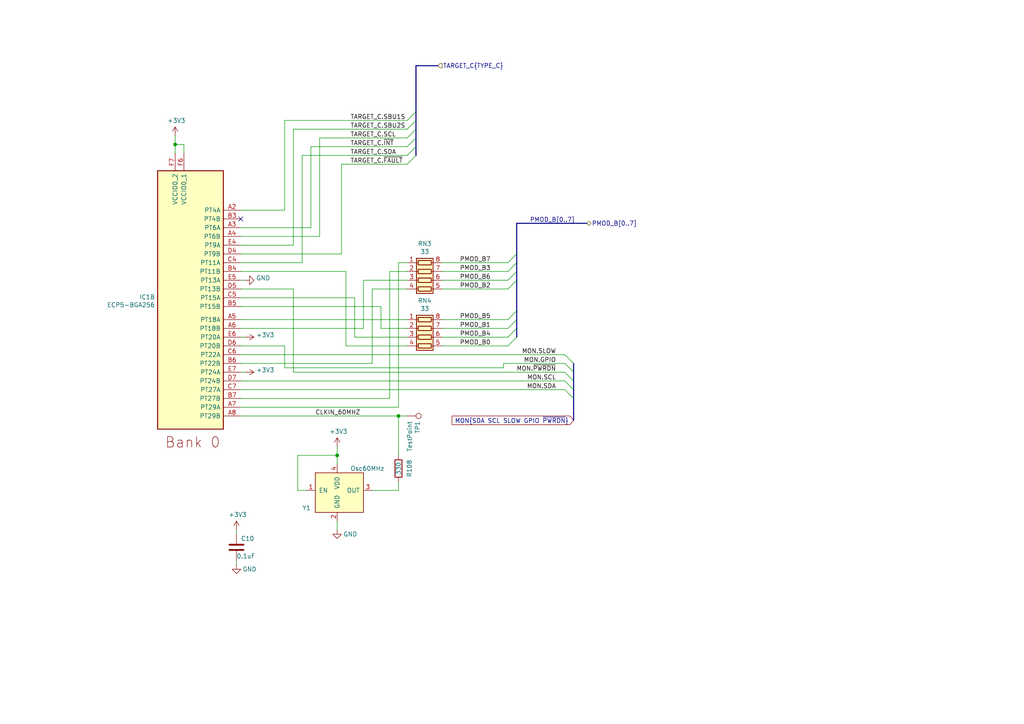
<source format=kicad_sch>
(kicad_sch (version 20211123) (generator eeschema)
  (paper "A4")
  (title_block (title "Cynthion") (date "${DATE}") (rev "${VERSION}") (company "Copyright 2019-2023 Great Scott Gadgets") (comment 1 "Licensed under the CERN-OHL-P v2"))
  (lib_symbols
    (symbol "Connector:TestPoint" (pin_numbers hide) (pin_names (offset 0.762) hide)
      (property "Reference" "TP" (at 0 6.858 0))
      (property "Value" "TestPoint" (at 0 5.08 0))
      (symbol "TestPoint_0_1"
        (circle (center 0 3.302) (radius 0.762))
      )
      (symbol "TestPoint_1_1"
        (pin passive line (at 0 0 90) (length 2.54) (name "1") (number "1"))
      )
    )
    (symbol "Device:C" (pin_numbers hide) (pin_names (offset 0.254))
      (property "Reference" "C" (at 0.635 2.54 0))
      (property "Value" "C" (at 0.635 -2.54 0))
      (symbol "C_0_1"
        (polyline (pts (xy -2.032 -0.762) (xy 2.032 -0.762)) (stroke (width 0.508)))
        (polyline (pts (xy -2.032 0.762) (xy 2.032 0.762)) (stroke (width 0.508)))
      )
      (symbol "C_1_1"
        (pin passive line (at 0 3.81 270) (length 2.794) (name "~") (number "1"))
        (pin passive line (at 0 -3.81 90) (length 2.794) (name "~") (number "2"))
      )
    )
    (symbol "Device:R" (pin_numbers hide) (pin_names (offset 0))
      (property "Reference" "R" (at 2.032 0 90))
      (property "Value" "R" (at 0 0 90))
      (symbol "R_0_1"
        (rectangle (start -1.016 -2.54) (end 1.016 2.54) (stroke (width 0.254)))
      )
      (symbol "R_1_1"
        (pin passive line (at 0 3.81 270) (length 1.27) (name "~") (number "1"))
        (pin passive line (at 0 -3.81 90) (length 1.27) (name "~") (number "2"))
      )
    )
    (symbol "Device:R_Pack04" (pin_names (offset 0) hide)
      (property "Reference" "RN" (at -7.62 0 90))
      (property "Value" "R_Pack04" (at 5.08 0 90))
      (symbol "R_Pack04_0_1"
        (rectangle (start -6.35 -2.413) (end 3.81 2.413) (stroke (width 0.254)) (fill (type background)))
        (rectangle (start -5.715 1.905) (end -4.445 -1.905) (stroke (width 0.254)))
        (rectangle (start -3.175 1.905) (end -1.905 -1.905) (stroke (width 0.254)))
        (rectangle (start -0.635 1.905) (end 0.635 -1.905) (stroke (width 0.254)))
        (polyline (pts (xy -5.08 -2.54) (xy -5.08 -1.905)))
        (polyline (pts (xy -5.08 1.905) (xy -5.08 2.54)))
        (polyline (pts (xy -2.54 -2.54) (xy -2.54 -1.905)))
        (polyline (pts (xy -2.54 1.905) (xy -2.54 2.54)))
        (polyline (pts (xy 0 -2.54) (xy 0 -1.905)))
        (polyline (pts (xy 0 1.905) (xy 0 2.54)))
        (polyline (pts (xy 2.54 -2.54) (xy 2.54 -1.905)))
        (polyline (pts (xy 2.54 1.905) (xy 2.54 2.54)))
        (rectangle (start 1.905 1.905) (end 3.175 -1.905) (stroke (width 0.254)))
      )
      (symbol "R_Pack04_1_1"
        (pin passive line (at -5.08 -5.08 90) (length 2.54) (name "R1.1") (number "1"))
        (pin passive line (at -2.54 -5.08 90) (length 2.54) (name "R2.1") (number "2"))
        (pin passive line (at 0 -5.08 90) (length 2.54) (name "R3.1") (number "3"))
        (pin passive line (at 2.54 -5.08 90) (length 2.54) (name "R4.1") (number "4"))
        (pin passive line (at 2.54 5.08 270) (length 2.54) (name "R4.2") (number "5"))
        (pin passive line (at 0 5.08 270) (length 2.54) (name "R3.2") (number "6"))
        (pin passive line (at -2.54 5.08 270) (length 2.54) (name "R2.2") (number "7"))
        (pin passive line (at -5.08 5.08 270) (length 2.54) (name "R1.2") (number "8"))
      )
    )
    (symbol "fpgas_and_processors:ECP5-BGA256" (pin_names (offset 0.762))
      (property "Reference" "IC" (at -2.54 1.27 0))
      (property "Value" "ECP5-BGA256" (at 10.16 1.27 0))
      (symbol "ECP5-BGA256_1_0"
        (rectangle (start 5.08 0) (end 33.02 -71.12) (stroke (width 0.3048)) (fill (type background)))
      )
      (symbol "ECP5-BGA256_1_1"
        (text "FPGA Supplies" (at 19.05 -76.2 0) (effects (font (size 2.9972 2.9972))))
        (pin power_in line (at 38.1 -2.54 180) (length 5.08) (name "GND_1") (number "A1"))
        (pin power_in line (at 38.1 -5.08 180) (length 5.08) (name "GND_2") (number "A16"))
        (pin power_in line (at 38.1 -10.16 180) (length 5.08) (name "GND_4") (number "D15"))
        (pin power_in line (at 38.1 -7.62 180) (length 5.08) (name "GND_3") (number "D2"))
        (pin power_in line (at 38.1 -12.7 180) (length 5.08) (name "GND_5") (number "F8"))
        (pin power_in line (at 38.1 -15.24 180) (length 5.08) (name "GND_6") (number "F9"))
        (pin power_in line (at 38.1 -20.32 180) (length 5.08) (name "GND_8") (number "G10"))
        (pin power_in line (at 0 -66.04 0) (length 5.08) (name "VCCAUX_1") (number "G11"))
        (pin power_in line (at 0 -2.54 0) (length 5.08) (name "VCC_1") (number "G6"))
        (pin power_in line (at 0 -5.08 0) (length 5.08) (name "VCC_2") (number "G7"))
        (pin power_in line (at 38.1 -17.78 180) (length 5.08) (name "GND_7") (number "G8"))
        (pin power_in line (at 0 -7.62 0) (length 5.08) (name "VCC_3") (number "G9"))
        (pin power_in line (at 38.1 -22.86 180) (length 5.08) (name "GND_9") (number "H1"))
        (pin power_in line (at 38.1 -30.48 180) (length 5.08) (name "GND_12") (number "H10"))
        (pin power_in line (at 38.1 -33.02 180) (length 5.08) (name "GND_13") (number "H16"))
        (pin power_in line (at 38.1 -25.4 180) (length 5.08) (name "GND_10") (number "H8"))
        (pin power_in line (at 38.1 -27.94 180) (length 5.08) (name "GND_11") (number "H9"))
        (pin power_in line (at 38.1 -40.64 180) (length 5.08) (name "GND_16") (number "J10"))
        (pin power_in line (at 38.1 -35.56 180) (length 5.08) (name "GND_14") (number "J8"))
        (pin power_in line (at 38.1 -38.1 180) (length 5.08) (name "GND_15") (number "J9"))
        (pin power_in line (at 38.1 -53.34 180) (length 5.08) (name "GND_21") (number "K10"))
        (pin power_in line (at 38.1 -43.18 180) (length 5.08) (name "GND_17") (number "K6"))
        (pin power_in line (at 38.1 -45.72 180) (length 5.08) (name "GND_18") (number "K7"))
        (pin power_in line (at 38.1 -48.26 180) (length 5.08) (name "GND_19") (number "K8"))
        (pin power_in line (at 38.1 -50.8 180) (length 5.08) (name "GND_20") (number "K9"))
        (pin power_in line (at 0 -15.24 0) (length 5.08) (name "VCC_6") (number "L10"))
        (pin power_in line (at 0 -68.58 0) (length 5.08) (name "VCCAUX_2") (number "L7"))
        (pin power_in line (at 0 -10.16 0) (length 5.08) (name "VCC_4") (number "L8"))
        (pin power_in line (at 0 -12.7 0) (length 5.08) (name "VCC_5") (number "L9"))
        (pin power_in line (at 38.1 -58.42 180) (length 5.08) (name "GND_23") (number "N15"))
        (pin power_in line (at 38.1 -55.88 180) (length 5.08) (name "GND_22") (number "N2"))
        (pin power_in line (at 38.1 -60.96 180) (length 5.08) (name "GND_24") (number "T1"))
        (pin power_in line (at 38.1 -66.04 180) (length 5.08) (name "GND_26") (number "T12"))
        (pin power_in line (at 38.1 -68.58 180) (length 5.08) (name "GND_27") (number "T16"))
        (pin power_in line (at 38.1 -63.5 180) (length 5.08) (name "GND_25") (number "T5"))
      )
      (symbol "ECP5-BGA256_2_1"
        (rectangle (start 0 0) (end 19.05 -74.93) (stroke (width 0.3048)) (fill (type background)))
        (text "Bank 0" (at 10.16 -78.74 0) (effects (font (size 2.9972 2.9972))))
        (pin bidirectional line (at 24.13 -11.43 180) (length 5.08) (name "PT4A") (number "A2"))
        (pin bidirectional line (at 24.13 -16.51 180) (length 5.08) (name "PT6A") (number "A3"))
        (pin bidirectional line (at 24.13 -19.05 180) (length 5.08) (name "PT6B") (number "A4"))
        (pin bidirectional line (at 24.13 -43.18 180) (length 5.08) (name "PT18A") (number "A5"))
        (pin bidirectional line (at 24.13 -45.72 180) (length 5.08) (name "PT18B") (number "A6"))
        (pin bidirectional line (at 24.13 -68.58 180) (length 5.08) (name "PT29A") (number "A7"))
        (pin bidirectional line (at 24.13 -71.12 180) (length 5.08) (name "PT29B") (number "A8"))
        (pin bidirectional line (at 24.13 -13.97 180) (length 5.08) (name "PT4B") (number "B3"))
        (pin bidirectional line (at 24.13 -29.21 180) (length 5.08) (name "PT11B") (number "B4"))
        (pin bidirectional line (at 24.13 -39.37 180) (length 5.08) (name "PT15B") (number "B5"))
        (pin bidirectional line (at 24.13 -55.88 180) (length 5.08) (name "PT22B") (number "B6"))
        (pin bidirectional line (at 24.13 -66.04 180) (length 5.08) (name "PT27B") (number "B7"))
        (pin bidirectional line (at 24.13 -26.67 180) (length 5.08) (name "PT11A") (number "C4"))
        (pin bidirectional line (at 24.13 -36.83 180) (length 5.08) (name "PT15A") (number "C5"))
        (pin bidirectional line (at 24.13 -53.34 180) (length 5.08) (name "PT22A") (number "C6"))
        (pin bidirectional line (at 24.13 -63.5 180) (length 5.08) (name "PT27A") (number "C7"))
        (pin bidirectional line (at 24.13 -24.13 180) (length 5.08) (name "PT9B") (number "D4"))
        (pin bidirectional line (at 24.13 -34.29 180) (length 5.08) (name "PT13B") (number "D5"))
        (pin bidirectional line (at 24.13 -50.8 180) (length 5.08) (name "PT20B") (number "D6"))
        (pin bidirectional line (at 24.13 -60.96 180) (length 5.08) (name "PT24B") (number "D7"))
        (pin bidirectional line (at 24.13 -21.59 180) (length 5.08) (name "PT9A") (number "E4"))
        (pin bidirectional line (at 24.13 -31.75 180) (length 5.08) (name "PT13A") (number "E5"))
        (pin bidirectional line (at 24.13 -48.26 180) (length 5.08) (name "PT20A") (number "E6"))
        (pin bidirectional line (at 24.13 -58.42 180) (length 5.08) (name "PT24A") (number "E7"))
        (pin power_in line (at 7.62 5.08 270) (length 5.08) (name "VCCIO0_1") (number "F6"))
        (pin power_in line (at 5.08 5.08 270) (length 5.08) (name "VCCIO0_2") (number "F7"))
      )
      (symbol "ECP5-BGA256_3_0"
        (rectangle (start 0 0) (end 21.59 -93.98) (stroke (width 0.3048)) (fill (type background)))
      )
      (symbol "ECP5-BGA256_3_1"
        (text "Bank 1" (at 8.89 -96.52 0) (effects (font (size 2.9972 2.9972))))
        (pin bidirectional line (at 26.67 -34.29 180) (length 5.08) (name "PT42B") (number "A10"))
        (pin bidirectional line (at 26.67 -57.15 180) (length 5.08) (name "PT53A") (number "A11"))
        (pin bidirectional line (at 26.67 -59.69 180) (length 5.08) (name "PT53B") (number "A12"))
        (pin bidirectional line (at 26.67 -82.55 180) (length 5.08) (name "PT65A") (number "A13"))
        (pin bidirectional line (at 26.67 -85.09 180) (length 5.08) (name "PT65B") (number "A14"))
        (pin bidirectional line (at 26.67 -90.17 180) (length 5.08) (name "PT67B") (number "A15"))
        (pin bidirectional line (at 26.67 -31.75 180) (length 5.08) (name "PT42A") (number "A9"))
        (pin bidirectional line (at 26.67 -36.83 180) (length 5.08) (name "PT44A") (number "B10"))
        (pin bidirectional line (at 26.67 -46.99 180) (length 5.08) (name "PT49A") (number "B11"))
        (pin bidirectional line (at 26.67 -62.23 180) (length 5.08) (name "PT56A") (number "B12"))
        (pin bidirectional line (at 26.67 -72.39 180) (length 5.08) (name "PT60A") (number "B13"))
        (pin bidirectional line (at 26.67 -87.63 180) (length 5.08) (name "PT67A") (number "B14"))
        (pin bidirectional line (at 26.67 -19.05 180) (length 5.08) (name "PT35B") (number "B8"))
        (pin bidirectional line (at 26.67 -21.59 180) (length 5.08) (name "PT38A") (number "B9"))
        (pin bidirectional line (at 26.67 -39.37 180) (length 5.08) (name "PT44B") (number "C10"))
        (pin bidirectional line (at 26.67 -49.53 180) (length 5.08) (name "PT49B") (number "C11"))
        (pin bidirectional line (at 26.67 -64.77 180) (length 5.08) (name "PT56B") (number "C12"))
        (pin bidirectional line (at 26.67 -74.93 180) (length 5.08) (name "PT60B") (number "C13"))
        (pin bidirectional line (at 26.67 -16.51 180) (length 5.08) (name "PT35A") (number "C8"))
        (pin bidirectional line (at 26.67 -24.13 180) (length 5.08) (name "PT38B") (number "C9"))
        (pin bidirectional line (at 26.67 -41.91 180) (length 5.08) (name "PT47A") (number "D10"))
        (pin bidirectional line (at 26.67 -52.07 180) (length 5.08) (name "PT51A") (number "D11"))
        (pin bidirectional line (at 26.67 -67.31 180) (length 5.08) (name "PT58A") (number "D12"))
        (pin bidirectional line (at 26.67 -77.47 180) (length 5.08) (name "PT62A") (number "D13"))
        (pin bidirectional line (at 26.67 -13.97 180) (length 5.08) (name "PT33B") (number "D8"))
        (pin bidirectional line (at 26.67 -26.67 180) (length 5.08) (name "PT40A") (number "D9"))
        (pin bidirectional line (at 26.67 -44.45 180) (length 5.08) (name "PT47B") (number "E10"))
        (pin bidirectional line (at 26.67 -54.61 180) (length 5.08) (name "PT51B") (number "E11"))
        (pin bidirectional line (at 26.67 -69.85 180) (length 5.08) (name "PT58B") (number "E12"))
        (pin bidirectional line (at 26.67 -80.01 180) (length 5.08) (name "PT62B") (number "E13"))
        (pin bidirectional line (at 26.67 -11.43 180) (length 5.08) (name "PT33A") (number "E8"))
        (pin bidirectional line (at 26.67 -29.21 180) (length 5.08) (name "PT40B") (number "E9"))
        (pin power_in line (at 6.35 5.08 270) (length 5.08) (name "VCCIO1_1") (number "F10"))
        (pin power_in line (at 3.81 5.08 270) (length 5.08) (name "VCCIO1_2") (number "F11"))
      )
      (symbol "ECP5-BGA256_4_1"
        (rectangle (start 0 0) (end 19.05 -93.98) (stroke (width 0.3048)) (fill (type background)))
        (text "Bank 2" (at 10.16 -97.79 0) (effects (font (size 2.9972 2.9972))))
        (pin bidirectional line (at 24.13 -13.97 180) (length 5.08) (name "PR2B") (number "B15"))
        (pin bidirectional line (at 24.13 -11.43 180) (length 5.08) (name "PR2A") (number "B16"))
        (pin bidirectional line (at 24.13 -16.51 180) (length 5.08) (name "PR2C") (number "C14"))
        (pin bidirectional line (at 24.13 -24.13 180) (length 5.08) (name "PR5B") (number "C15"))
        (pin bidirectional line (at 24.13 -21.59 180) (length 5.08) (name "PR5A") (number "C16"))
        (pin bidirectional line (at 24.13 -19.05 180) (length 5.08) (name "PR2D") (number "D14"))
        (pin bidirectional line (at 24.13 -31.75 180) (length 5.08) (name "PR8A") (number "D16"))
        (pin bidirectional line (at 24.13 -26.67 180) (length 5.08) (name "PR5C") (number "E14"))
        (pin bidirectional line (at 24.13 -34.29 180) (length 5.08) (name "PR8B") (number "E15"))
        (pin bidirectional line (at 24.13 -49.53 180) (length 5.08) (name "PR11D") (number "E16"))
        (pin bidirectional line (at 24.13 -39.37 180) (length 5.08) (name "PR8D") (number "F12"))
        (pin bidirectional line (at 24.13 -36.83 180) (length 5.08) (name "PR8C") (number "F13"))
        (pin bidirectional line (at 24.13 -29.21 180) (length 5.08) (name "PR5D") (number "F14"))
        (pin bidirectional line (at 24.13 -46.99 180) (length 5.08) (name "PR11C") (number "F15"))
        (pin bidirectional line (at 24.13 -52.07 180) (length 5.08) (name "PR14A") (number "F16"))
        (pin bidirectional line (at 24.13 -41.91 180) (length 5.08) (name "PR11A") (number "G12"))
        (pin bidirectional line (at 24.13 -44.45 180) (length 5.08) (name "PR11B") (number "G13"))
        (pin bidirectional line (at 24.13 -57.15 180) (length 5.08) (name "PR14C") (number "G14"))
        (pin bidirectional line (at 24.13 -54.61 180) (length 5.08) (name "PR14B") (number "G15"))
        (pin bidirectional line (at 24.13 -72.39 180) (length 5.08) (name "PR20A") (number "G16"))
        (pin power_in line (at 3.81 5.08 270) (length 5.08) (name "VCCIO2_1") (number "H11"))
        (pin bidirectional line (at 24.13 -62.23 180) (length 5.08) (name "PR17A") (number "H12"))
        (pin bidirectional line (at 24.13 -64.77 180) (length 5.08) (name "PR17B") (number "H13"))
        (pin bidirectional line (at 24.13 -59.69 180) (length 5.08) (name "PR14D") (number "H14"))
        (pin bidirectional line (at 24.13 -74.93 180) (length 5.08) (name "PR20B") (number "H15"))
        (pin power_in line (at 6.35 5.08 270) (length 5.08) (name "VCCIO2_2") (number "J11"))
        (pin bidirectional line (at 24.13 -69.85 180) (length 5.08) (name "PR17D") (number "J12"))
        (pin bidirectional line (at 24.13 -67.31 180) (length 5.08) (name "PR17C") (number "J13"))
        (pin bidirectional line (at 24.13 -77.47 180) (length 5.08) (name "PR20C") (number "J14"))
        (pin bidirectional line (at 24.13 -85.09 180) (length 5.08) (name "PR23B") (number "J15"))
        (pin bidirectional line (at 24.13 -82.55 180) (length 5.08) (name "PR23A") (number "J16"))
        (pin bidirectional line (at 24.13 -80.01 180) (length 5.08) (name "PR20D") (number "K14"))
        (pin bidirectional line (at 24.13 -90.17 180) (length 5.08) (name "PR23D") (number "K15"))
        (pin bidirectional line (at 24.13 -87.63 180) (length 5.08) (name "PR23C") (number "K16"))
      )
      (symbol "ECP5-BGA256_5_0"
        (rectangle (start 0 0) (end 20.32 -91.44) (stroke (width 0.3048)) (fill (type background)))
      )
      (symbol "ECP5-BGA256_5_1"
        (text "Bank 3" (at 15.24 -96.52 0) (effects (font (size 2.9972 2.9972))))
        (pin power_in line (at 3.81 5.08 270) (length 5.08) (name "VCCIO3_1") (number "K11"))
        (pin bidirectional line (at 25.4 -22.86 180) (length 5.08) (name "PR29B") (number "K12"))
        (pin bidirectional line (at 25.4 -20.32 180) (length 5.08) (name "PR29A") (number "K13"))
        (pin power_in line (at 6.35 5.08 270) (length 5.08) (name "VCCIO3_2") (number "L11"))
        (pin bidirectional line (at 25.4 -27.94 180) (length 5.08) (name "PR29D") (number "L12"))
        (pin bidirectional line (at 25.4 -25.4 180) (length 5.08) (name "PR29C") (number "L13"))
        (pin bidirectional line (at 25.4 -35.56 180) (length 5.08) (name "PR32C") (number "L14"))
        (pin bidirectional line (at 25.4 -12.7 180) (length 5.08) (name "PR26B") (number "L15"))
        (pin bidirectional line (at 25.4 -10.16 180) (length 5.08) (name "PR26A") (number "L16"))
        (pin bidirectional line (at 25.4 -81.28 180) (length 5.08) (name "PR47A") (number "M11"))
        (pin bidirectional line (at 25.4 -76.2 180) (length 5.08) (name "PR44C") (number "M12"))
        (pin bidirectional line (at 25.4 -45.72 180) (length 5.08) (name "PR35C") (number "M13"))
        (pin bidirectional line (at 25.4 -38.1 180) (length 5.08) (name "PR32D") (number "M14"))
        (pin bidirectional line (at 25.4 -17.78 180) (length 5.08) (name "PR26D") (number "M15"))
        (pin bidirectional line (at 25.4 -15.24 180) (length 5.08) (name "PR26C") (number "M16"))
        (pin bidirectional line (at 25.4 -83.82 180) (length 5.08) (name "PR47B") (number "N11"))
        (pin bidirectional line (at 25.4 -78.74 180) (length 5.08) (name "PR44D") (number "N12"))
        (pin bidirectional line (at 25.4 -50.8 180) (length 5.08) (name "PR38A") (number "N13"))
        (pin bidirectional line (at 25.4 -48.26 180) (length 5.08) (name "PR35D") (number "N14"))
        (pin bidirectional line (at 25.4 -30.48 180) (length 5.08) (name "PR32A") (number "N16"))
        (pin bidirectional line (at 25.4 -86.36 180) (length 5.08) (name "PR47C") (number "P11"))
        (pin bidirectional line (at 25.4 -88.9 180) (length 5.08) (name "PR47D") (number "P12"))
        (pin bidirectional line (at 25.4 -60.96 180) (length 5.08) (name "PR41A") (number "P13"))
        (pin bidirectional line (at 25.4 -53.34 180) (length 5.08) (name "PR38B") (number "P14"))
        (pin bidirectional line (at 25.4 -33.02 180) (length 5.08) (name "PR32B") (number "P15"))
        (pin bidirectional line (at 25.4 -40.64 180) (length 5.08) (name "PR35A") (number "P16"))
        (pin bidirectional line (at 25.4 -71.12 180) (length 5.08) (name "PR44A") (number "R12"))
        (pin bidirectional line (at 25.4 -66.04 180) (length 5.08) (name "PR41C") (number "R13"))
        (pin bidirectional line (at 25.4 -63.5 180) (length 5.08) (name "PR41B") (number "R14"))
        (pin bidirectional line (at 25.4 -55.88 180) (length 5.08) (name "PR38C") (number "R15"))
        (pin bidirectional line (at 25.4 -43.18 180) (length 5.08) (name "PR35B") (number "R16"))
        (pin bidirectional line (at 25.4 -73.66 180) (length 5.08) (name "PR44B") (number "T13"))
        (pin bidirectional line (at 25.4 -68.58 180) (length 5.08) (name "PR41D") (number "T14"))
        (pin bidirectional line (at 25.4 -58.42 180) (length 5.08) (name "PR38D") (number "T15"))
      )
      (symbol "ECP5-BGA256_6_1"
        (rectangle (start 0 0) (end 19.05 -106.68) (stroke (width 0.3048)) (fill (type background)))
        (text "Bank 6" (at 11.43 -110.49 0) (effects (font (size 2.9972 2.9972))))
        (pin power_in line (at 3.81 5.08 270) (length 5.08) (name "VCCIO6_1") (number "J6"))
        (pin power_in line (at 6.35 5.08 270) (length 5.08) (name "VCCIO6_2") (number "J7"))
        (pin bidirectional line (at 24.13 -25.4 180) (length 5.08) (name "PL29A") (number "K4"))
        (pin bidirectional line (at 24.13 -27.94 180) (length 5.08) (name "PL29B") (number "K5"))
        (pin bidirectional line (at 24.13 -13.97 180) (length 5.08) (name "PL26A") (number "L1"))
        (pin bidirectional line (at 24.13 -16.51 180) (length 5.08) (name "PL26B") (number "L2"))
        (pin bidirectional line (at 24.13 -41.91 180) (length 5.08) (name "PL32C") (number "L3"))
        (pin bidirectional line (at 24.13 -30.48 180) (length 5.08) (name "PL29C") (number "L4"))
        (pin bidirectional line (at 24.13 -33.02 180) (length 5.08) (name "PL29D") (number "L5"))
        (pin bidirectional line (at 24.13 -19.05 180) (length 5.08) (name "PL26C") (number "M1"))
        (pin bidirectional line (at 24.13 -21.59 180) (length 5.08) (name "PL26D") (number "M2"))
        (pin bidirectional line (at 24.13 -44.45 180) (length 5.08) (name "PL32D") (number "M3"))
        (pin bidirectional line (at 24.13 -53.34 180) (length 5.08) (name "PL35C") (number "M4"))
        (pin bidirectional line (at 24.13 -78.74 180) (length 5.08) (name "PL44C") (number "M5"))
        (pin bidirectional line (at 24.13 -96.52 180) (length 5.08) (name "PL47A") (number "M6"))
        (pin bidirectional line (at 24.13 -36.83 180) (length 5.08) (name "PL32A") (number "N1"))
        (pin bidirectional line (at 24.13 -55.88 180) (length 5.08) (name "PL35D") (number "N3"))
        (pin bidirectional line (at 24.13 -60.96 180) (length 5.08) (name "PL38A") (number "N4"))
        (pin bidirectional line (at 24.13 -81.28 180) (length 5.08) (name "PL44D") (number "N5"))
        (pin bidirectional line (at 24.13 -99.06 180) (length 5.08) (name "PL47B") (number "N6"))
        (pin bidirectional line (at 24.13 -48.26 180) (length 5.08) (name "PL35A") (number "P1"))
        (pin bidirectional line (at 24.13 -39.37 180) (length 5.08) (name "PL32B") (number "P2"))
        (pin bidirectional line (at 24.13 -63.5 180) (length 5.08) (name "PL38B") (number "P3"))
        (pin bidirectional line (at 24.13 -85.09 180) (length 5.08) (name "PL41A") (number "P4"))
        (pin bidirectional line (at 24.13 -101.6 180) (length 5.08) (name "PL47D") (number "P5"))
        (pin bidirectional line (at 24.13 -104.14 180) (length 5.08) (name "PL47C") (number "P6"))
        (pin bidirectional line (at 24.13 -50.8 180) (length 5.08) (name "PL35B") (number "R1"))
        (pin bidirectional line (at 24.13 -66.04 180) (length 5.08) (name "PL38C") (number "R2"))
        (pin bidirectional line (at 24.13 -87.63 180) (length 5.08) (name "PL41B") (number "R3"))
        (pin bidirectional line (at 24.13 -90.17 180) (length 5.08) (name "PL41C") (number "R4"))
        (pin bidirectional line (at 24.13 -73.66 180) (length 5.08) (name "PL44A") (number "R5"))
        (pin bidirectional line (at 24.13 -68.58 180) (length 5.08) (name "PL38D") (number "T2"))
        (pin bidirectional line (at 24.13 -92.71 180) (length 5.08) (name "PL41D") (number "T3"))
        (pin bidirectional line (at 24.13 -76.2 180) (length 5.08) (name "PL44B") (number "T4"))
      )
      (symbol "ECP5-BGA256_7_1"
        (rectangle (start 0 0) (end 20.32 -109.22) (stroke (width 0.3048)) (fill (type background)))
        (text "Bank 7" (at 12.7 -113.03 0) (effects (font (size 2.9972 2.9972))))
        (pin bidirectional line (at 25.4 -10.16 180) (length 5.08) (name "PL2A") (number "B1"))
        (pin bidirectional line (at 25.4 -12.7 180) (length 5.08) (name "PL2B") (number "B2"))
        (pin bidirectional line (at 25.4 -22.86 180) (length 5.08) (name "PL5A") (number "C1"))
        (pin bidirectional line (at 25.4 -25.4 180) (length 5.08) (name "PL5B") (number "C2"))
        (pin bidirectional line (at 25.4 -15.24 180) (length 5.08) (name "PL2C") (number "C3"))
        (pin bidirectional line (at 25.4 -35.56 180) (length 5.08) (name "PL8A") (number "D1"))
        (pin bidirectional line (at 25.4 -17.78 180) (length 5.08) (name "PL2D") (number "D3"))
        (pin bidirectional line (at 25.4 -54.61 180) (length 5.08) (name "PL11D") (number "E1"))
        (pin bidirectional line (at 25.4 -38.1 180) (length 5.08) (name "PL8B") (number "E2"))
        (pin bidirectional line (at 25.4 -27.94 180) (length 5.08) (name "PL5C") (number "E3"))
        (pin bidirectional line (at 25.4 -59.69 180) (length 5.08) (name "PL14A") (number "F1"))
        (pin bidirectional line (at 25.4 -52.07 180) (length 5.08) (name "PL11C") (number "F2"))
        (pin bidirectional line (at 25.4 -30.48 180) (length 5.08) (name "PL5D") (number "F3"))
        (pin bidirectional line (at 25.4 -40.64 180) (length 5.08) (name "PL8C") (number "F4"))
        (pin bidirectional line (at 25.4 -43.18 180) (length 5.08) (name "PL8D") (number "F5"))
        (pin bidirectional line (at 25.4 -82.55 180) (length 5.08) (name "PL20A") (number "G1"))
        (pin bidirectional line (at 25.4 -62.23 180) (length 5.08) (name "PL14B") (number "G2"))
        (pin bidirectional line (at 25.4 -64.77 180) (length 5.08) (name "PL14C") (number "G3"))
        (pin bidirectional line (at 25.4 -49.53 180) (length 5.08) (name "PL11B") (number "G4"))
        (pin bidirectional line (at 25.4 -46.99 180) (length 5.08) (name "PL11A") (number "G5"))
        (pin bidirectional line (at 25.4 -85.09 180) (length 5.08) (name "PL20B") (number "H2"))
        (pin bidirectional line (at 25.4 -67.31 180) (length 5.08) (name "PL14D") (number "H3"))
        (pin bidirectional line (at 25.4 -73.66 180) (length 5.08) (name "PL17B") (number "H4"))
        (pin bidirectional line (at 25.4 -71.12 180) (length 5.08) (name "PL17A") (number "H5"))
        (pin power_in line (at 7.62 5.08 270) (length 5.08) (name "VCCIO7_1") (number "H6"))
        (pin power_in line (at 5.08 5.08 270) (length 5.08) (name "VCCIO7_2") (number "H7"))
        (pin bidirectional line (at 25.4 -95.25 180) (length 5.08) (name "PL23A") (number "J1"))
        (pin bidirectional line (at 25.4 -97.79 180) (length 5.08) (name "PL23B") (number "J2"))
        (pin bidirectional line (at 25.4 -87.63 180) (length 5.08) (name "PL20C") (number "J3"))
        (pin bidirectional line (at 25.4 -76.2 180) (length 5.08) (name "PL17C") (number "J4"))
        (pin bidirectional line (at 25.4 -78.74 180) (length 5.08) (name "PL17D") (number "J5"))
        (pin bidirectional line (at 25.4 -100.33 180) (length 5.08) (name "PL23C") (number "K1"))
        (pin bidirectional line (at 25.4 -102.87 180) (length 5.08) (name "PL23D") (number "K2"))
        (pin bidirectional line (at 25.4 -90.17 180) (length 5.08) (name "PL20D") (number "K3"))
      )
      (symbol "ECP5-BGA256_8_0"
        (text "(Config)" (at 13.97 -97.79 0) (effects (font (size 2.9972 2.9972))))
        (text "Bank 8" (at 13.97 -92.71 0) (effects (font (size 2.9972 2.9972))))
      )
      (symbol "ECP5-BGA256_8_1"
        (rectangle (start 0 0) (end 21.59 -88.9) (stroke (width 0.3048)) (fill (type background)))
        (pin power_in line (at 5.08 5.08 270) (length 5.08) (name "VCCIO8") (number "L6"))
        (pin output line (at 26.67 -57.15 180) (length 5.08) (name "TDO") (number "M10"))
        (pin bidirectional line (at 26.67 -24.13 180) (length 5.08) (name "D2/PB9B") (number "M7"))
        (pin bidirectional line (at 26.67 -39.37 180) (length 5.08) (name "DOUT/CSON/PB15B") (number "M8"))
        (pin bidirectional line (at 26.67 -41.91 180) (length 5.08) (name "WRITEEN/PB18A") (number "M9"))
        (pin input line (at 26.67 -68.58 180) (length 5.08) (name "CFG_0") (number "N10"))
        (pin bidirectional line (at 26.67 -21.59 180) (length 5.08) (name "D3/PB9A") (number "N7"))
        (pin bidirectional line (at 26.67 -36.83 180) (length 5.08) (name "HOLDN/DI/PB15A") (number "N8"))
        (pin bidirectional line (at 26.67 -63.5 180) (length 5.08) (name "MCLK/SCLK/CCLK") (number "N9"))
        (pin input line (at 26.67 -71.12 180) (length 5.08) (name "CFG_1") (number "P10"))
        (pin bidirectional line (at 26.67 -19.05 180) (length 5.08) (name "D4/PICO2/PB6B") (number "P7"))
        (pin bidirectional line (at 26.67 -34.29 180) (length 5.08) (name "CS1N/PB13B") (number "P8"))
        (pin bidirectional line (at 26.67 -80.01 180) (length 5.08) (name "DONE") (number "P9"))
        (pin input line (at 26.67 -73.66 180) (length 5.08) (name "CFG_2") (number "R10"))
        (pin input line (at 26.67 -54.61 180) (length 5.08) (name "TDI") (number "R11"))
        (pin bidirectional line (at 26.67 -13.97 180) (length 5.08) (name "D6/PB4B") (number "R6"))
        (pin bidirectional line (at 26.67 -16.51 180) (length 5.08) (name "D5/POCI2/PB6A") (number "R7"))
        (pin bidirectional line (at 26.67 -31.75 180) (length 5.08) (name "SN/CSN/PB13A") (number "R8"))
        (pin bidirectional line (at 26.67 -85.09 180) (length 5.08) (name "PROGRAMN") (number "R9"))
        (pin input line (at 26.67 -52.07 180) (length 5.08) (name "TCK") (number "T10"))
        (pin input line (at 26.67 -49.53 180) (length 5.08) (name "TMS") (number "T11"))
        (pin bidirectional line (at 26.67 -11.43 180) (length 5.08) (name "D7/PB4A") (number "T6"))
        (pin bidirectional line (at 26.67 -26.67 180) (length 5.08) (name "D1/POCI/PB11A") (number "T7"))
        (pin bidirectional line (at 26.67 -29.21 180) (length 5.08) (name "D0/PICO/PB11B") (number "T8"))
        (pin bidirectional line (at 26.67 -82.55 180) (length 5.08) (name "INITN") (number "T9"))
      )
    )
    (symbol "power:+3V3" (power) (pin_names (offset 0))
      (property "Value" "+3V3" (at 0 3.556 0))
      (symbol "+3V3_0_1"
        (polyline (pts (xy -0.762 1.27) (xy 0 2.54)))
        (polyline (pts (xy 0 0) (xy 0 2.54)))
        (polyline (pts (xy 0 2.54) (xy 0.762 1.27)))
      )
      (symbol "+3V3_1_1"
        (pin power_in line (at 0 0 90) (length 0) hide (name "+3V3") (number "1"))
      )
    )
    (symbol "power:GND" (power) (pin_names (offset 0))
      (property "Value" "GND" (at 0 -3.81 0))
      (symbol "GND_0_1"
        (polyline (pts (xy 0 0) (xy 0 -1.27) (xy 1.27 -1.27) (xy 0 -2.54) (xy -1.27 -1.27) (xy 0 -1.27)))
      )
      (symbol "GND_1_1"
        (pin power_in line (at 0 0 270) (length 0) hide (name "GND") (number "1"))
      )
    )
    (symbol "support_hardware:DSC60xx" (pin_names (offset 1.016))
      (property "Reference" "Y" (at 0 1.27 0))
      (property "Value" "DSC60xx" (at 12.7 1.27 0))
      (symbol "DSC60xx_0_1"
        (rectangle (start 0 0) (end 13.97 -11.43) (stroke (width 0.2032)) (fill (type background)))
      )
      (symbol "DSC60xx_1_1"
        (pin input line (at -2.54 -5.08 0) (length 2.54) (name "EN") (number "1"))
        (pin power_in line (at 6.35 -13.97 90) (length 2.54) (name "GND") (number "2"))
        (pin output line (at 16.51 -5.08 180) (length 2.54) (name "OUT") (number "3"))
        (pin power_in line (at 6.35 2.54 270) (length 2.54) (name "VDD") (number "4"))
      )
    )
  )
  (junction (at 50.8 41.91))
  (junction (at 115.57 120.65))
  (junction (at 97.79 132.08))
  (no_connect (at 69.85 63.5))
  (bus_entry (at 120.65 32.385) (size -2.54 2.54))
  (bus_entry (at 120.65 34.925) (size -2.54 2.54))
  (bus_entry (at 147.32 83.82) (size 2.54 -2.54))
  (bus_entry (at 166.37 113.03) (size -2.54 -2.54))
  (bus_entry (at 147.32 92.71) (size 2.54 -2.54))
  (bus_entry (at 120.65 40.005) (size -2.54 2.54))
  (bus_entry (at 120.65 45.085) (size -2.54 2.54))
  (bus_entry (at 166.37 107.95) (size -2.54 -2.54))
  (bus_entry (at 147.32 81.28) (size 2.54 -2.54))
  (bus_entry (at 147.32 78.74) (size 2.54 -2.54))
  (bus_entry (at 147.32 95.25) (size 2.54 -2.54))
  (bus_entry (at 147.32 97.79) (size 2.54 -2.54))
  (bus_entry (at 166.37 110.49) (size -2.54 -2.54))
  (bus_entry (at 120.65 37.465) (size -2.54 2.54))
  (bus_entry (at 166.37 105.41) (size -2.54 -2.54))
  (bus_entry (at 120.65 42.545) (size -2.54 2.54))
  (bus_entry (at 166.37 115.57) (size -2.54 -2.54))
  (bus_entry (at 147.32 100.33) (size 2.54 -2.54))
  (bus_entry (at 147.32 76.2) (size 2.54 -2.54))
  (wire (pts (xy 50.8 44.45) (xy 50.8 41.91)))
  (bus (pts (xy 166.37 110.49) (xy 166.37 113.03)))
  (wire (pts (xy 128.27 78.74) (xy 147.32 78.74)))
  (wire (pts (xy 102.87 97.79) (xy 118.11 97.79)))
  (wire (pts (xy 69.85 71.12) (xy 85.09 71.12)))
  (wire (pts (xy 69.85 92.71) (xy 118.11 92.71)))
  (bus (pts (xy 166.37 105.41) (xy 166.37 107.95)))
  (wire (pts (xy 69.85 60.96) (xy 82.55 60.96)))
  (wire (pts (xy 90.17 42.545) (xy 118.11 42.545)))
  (wire (pts (xy 69.85 73.66) (xy 99.06 73.66)))
  (wire (pts (xy 118.11 76.2) (xy 115.57 76.2)))
  (wire (pts (xy 128.27 83.82) (xy 147.32 83.82)))
  (wire (pts (xy 92.71 40.005) (xy 92.71 68.58)))
  (wire (pts (xy 118.11 83.82) (xy 107.95 83.82)))
  (wire (pts (xy 99.06 47.625) (xy 118.11 47.625)))
  (bus (pts (xy 166.37 115.57) (xy 166.37 121.92)))
  (bus (pts (xy 166.37 113.03) (xy 166.37 115.57)))
  (bus (pts (xy 149.86 92.71) (xy 149.86 95.25)))
  (bus (pts (xy 120.65 37.465) (xy 120.65 40.005)))
  (wire (pts (xy 82.55 60.96) (xy 82.55 34.925)))
  (wire (pts (xy 97.79 132.08) (xy 97.79 134.62)))
  (wire (pts (xy 87.63 76.2) (xy 69.85 76.2)))
  (wire (pts (xy 69.85 100.33) (xy 82.55 100.33)))
  (bus (pts (xy 149.86 64.77) (xy 149.86 73.66)))
  (wire (pts (xy 85.09 71.12) (xy 85.09 37.465)))
  (wire (pts (xy 115.57 142.24) (xy 115.57 139.7)))
  (wire (pts (xy 82.55 106.68) (xy 146.05 106.68)))
  (wire (pts (xy 85.09 107.95) (xy 163.83 107.95)))
  (wire (pts (xy 69.85 81.28) (xy 71.12 81.28)))
  (wire (pts (xy 69.85 83.82) (xy 85.09 83.82)))
  (wire (pts (xy 87.63 76.2) (xy 87.63 45.085)))
  (wire (pts (xy 92.71 40.005) (xy 118.11 40.005)))
  (wire (pts (xy 128.27 95.25) (xy 147.32 95.25)))
  (wire (pts (xy 90.17 66.04) (xy 69.85 66.04)))
  (wire (pts (xy 90.17 42.545) (xy 90.17 66.04)))
  (wire (pts (xy 97.79 153.67) (xy 97.79 151.13)))
  (wire (pts (xy 118.11 120.65) (xy 115.57 120.65)))
  (bus (pts (xy 149.86 64.77) (xy 170.18 64.77)))
  (wire (pts (xy 107.95 105.41) (xy 107.95 83.82)))
  (wire (pts (xy 50.8 41.91) (xy 50.8 39.37)))
  (wire (pts (xy 105.41 81.28) (xy 118.11 81.28)))
  (wire (pts (xy 69.85 86.36) (xy 102.87 86.36)))
  (wire (pts (xy 69.85 105.41) (xy 107.95 105.41)))
  (wire (pts (xy 113.03 78.74) (xy 118.11 78.74)))
  (wire (pts (xy 71.12 97.79) (xy 69.85 97.79)))
  (wire (pts (xy 85.09 37.465) (xy 118.11 37.465)))
  (wire (pts (xy 102.87 86.36) (xy 102.87 97.79)))
  (wire (pts (xy 115.57 76.2) (xy 115.57 118.11)))
  (wire (pts (xy 88.9 142.24) (xy 86.36 142.24)))
  (wire (pts (xy 105.41 95.25) (xy 105.41 81.28)))
  (bus (pts (xy 149.86 90.17) (xy 149.86 92.71)))
  (wire (pts (xy 107.95 142.24) (xy 115.57 142.24)))
  (wire (pts (xy 128.27 81.28) (xy 147.32 81.28)))
  (wire (pts (xy 86.36 142.24) (xy 86.36 132.08)))
  (bus (pts (xy 149.86 81.28) (xy 149.86 90.17)))
  (bus (pts (xy 120.65 40.005) (xy 120.65 42.545)))
  (wire (pts (xy 68.58 162.56) (xy 68.58 163.83)))
  (bus (pts (xy 166.37 107.95) (xy 166.37 110.49)))
  (wire (pts (xy 69.85 120.65) (xy 115.57 120.65)))
  (wire (pts (xy 128.27 76.2) (xy 147.32 76.2)))
  (bus (pts (xy 149.86 73.66) (xy 149.86 76.2)))
  (wire (pts (xy 113.03 115.57) (xy 113.03 78.74)))
  (wire (pts (xy 118.11 95.25) (xy 110.49 95.25)))
  (wire (pts (xy 87.63 45.085) (xy 118.11 45.085)))
  (wire (pts (xy 50.8 41.91) (xy 53.34 41.91)))
  (wire (pts (xy 128.27 100.33) (xy 147.32 100.33)))
  (wire (pts (xy 146.05 106.68) (xy 146.05 105.41)))
  (wire (pts (xy 92.71 68.58) (xy 69.85 68.58)))
  (bus (pts (xy 120.65 34.925) (xy 120.65 37.465)))
  (wire (pts (xy 86.36 132.08) (xy 97.79 132.08)))
  (wire (pts (xy 99.06 73.66) (xy 99.06 47.625)))
  (wire (pts (xy 100.33 100.33) (xy 118.11 100.33)))
  (bus (pts (xy 149.86 76.2) (xy 149.86 78.74)))
  (bus (pts (xy 149.86 78.74) (xy 149.86 81.28)))
  (wire (pts (xy 85.09 83.82) (xy 85.09 107.95)))
  (wire (pts (xy 69.85 95.25) (xy 105.41 95.25)))
  (wire (pts (xy 128.27 97.79) (xy 147.32 97.79)))
  (wire (pts (xy 146.05 105.41) (xy 163.83 105.41)))
  (wire (pts (xy 69.85 110.49) (xy 163.83 110.49)))
  (bus (pts (xy 120.65 32.385) (xy 120.65 34.925)))
  (wire (pts (xy 82.55 34.925) (xy 118.11 34.925)))
  (wire (pts (xy 115.57 120.65) (xy 115.57 132.08)))
  (wire (pts (xy 163.83 113.03) (xy 69.85 113.03)))
  (wire (pts (xy 69.85 118.11) (xy 115.57 118.11)))
  (wire (pts (xy 53.34 41.91) (xy 53.34 44.45)))
  (bus (pts (xy 120.65 19.05) (xy 120.65 32.385)))
  (wire (pts (xy 69.85 78.74) (xy 100.33 78.74)))
  (bus (pts (xy 120.65 42.545) (xy 120.65 45.085)))
  (bus (pts (xy 120.65 19.05) (xy 127 19.05)))
  (wire (pts (xy 82.55 100.33) (xy 82.55 106.68)))
  (wire (pts (xy 68.58 153.67) (xy 68.58 154.94)))
  (wire (pts (xy 69.85 115.57) (xy 113.03 115.57)))
  (wire (pts (xy 110.49 88.9) (xy 69.85 88.9)))
  (wire (pts (xy 97.79 129.54) (xy 97.79 132.08)))
  (wire (pts (xy 100.33 78.74) (xy 100.33 100.33)))
  (wire (pts (xy 128.27 92.71) (xy 147.32 92.71)))
  (bus (pts (xy 149.86 95.25) (xy 149.86 97.79)))
  (wire (pts (xy 163.83 102.87) (xy 69.85 102.87)))
  (wire (pts (xy 69.85 107.95) (xy 71.12 107.95)))
  (wire (pts (xy 110.49 95.25) (xy 110.49 88.9)))
  (label "TARGET_C.~{FAULT}" (at 101.6 47.625 0))
  (label "TARGET_C.SBU2S" (at 101.6 37.465 0))
  (label "TARGET_C.SDA" (at 101.6 45.085 0))
  (label "MON.SLOW" (at 161.29 102.87 180))
  (label "PMOD_B3" (at 133.35 78.74 0))
  (label "TARGET_C.SCL" (at 101.6 40.005 0))
  (label "PMOD_B1" (at 133.35 95.25 0))
  (label "MON.SCL" (at 161.29 110.49 180))
  (label "PMOD_B2" (at 133.35 83.82 0))
  (label "PMOD_B5" (at 133.35 92.71 0))
  (label "PMOD_B[0..7]" (at 153.67 64.77 0))
  (label "CLKIN_60MHZ" (at 91.44 120.65 0))
  (label "MON.GPIO" (at 161.29 105.41 180))
  (label "PMOD_B0" (at 133.35 100.33 0))
  (label "PMOD_B4" (at 133.35 97.79 0))
  (label "PMOD_B7" (at 133.35 76.2 0))
  (label "MON.SDA" (at 161.29 113.03 180))
  (label "MON.~{PWRDN}" (at 161.29 107.95 180))
  (label "PMOD_B6" (at 133.35 81.28 0))
  (label "TARGET_C.~{INT}" (at 101.6 42.545 0))
  (label "TARGET_C.SBU1S" (at 101.6 34.925 0))
  (global_label "MON{SDA SCL SLOW GPIO ~{PWRDN}}" (shape input) (at 166.37 121.92 180) (property "Intersheet References" "${INTERSHEET_REFS}" (effects hide)))
  (hierarchical_label "PMOD_B[0..7]" (shape bidirectional) (at 170.18 64.77 0))
  (hierarchical_label "TARGET_C{TYPE_C}" (shape input) (at 127 19.05 0))
  (symbol (lib_id "fpgas_and_processors:ECP5-BGA256") (at 45.72 49.53 0) (unit 2)
    (property "Reference" "IC1" (at 44.958 86.1568 0) (effects (justify right)))
    (property "Value" "ECP5-BGA256" (at 44.958 88.4428 0) (effects (justify right)))
    (property "Footprint" "cynthion:lattice_cabga256" (effects hide))
    (property "Description" "FPGA - Field Programmable Gate Array ECP5; 12k LUTs; 1.1V" (effects hide))
    (property "Manufacturer" "Lattice" (effects hide))
    (property "Part Number" "LFE5U-12F-6BG256C" (effects hide))
    (property "Substitution" "LFE5U-12F-*BG256*, LFE5U-25F-*BG256*" (effects hide))
  )
  (symbol (lib_id "power:+3V3") (at 50.8 39.37 0) (unit 1)
    (property "Reference" "#PWR0105" (effects hide))
    (property "Value" "+3V3" (at 51.1556 34.9758 0))
  )
  (symbol (lib_id "support_hardware:DSC60xx") (at 91.44 137.16 0) (unit 1)
    (property "Reference" "Y1" (at 87.63 147.32 0) (effects (justify left)))
    (property "Value" "Osc60MHz" (at 101.6 135.89 0) (effects (justify left)))
    (property "Footprint" "Crystal:Crystal_SMD_3225-4Pin_3.2x2.5mm" (effects hide))
    (property "Description" "MEMS OSC XO 60.0000MHZ H/LV-CMOS" (effects hide))
    (property "Manufacturer" "SiTIME" (effects hide))
    (property "Part Number" "SIT1602BC-23-33E-60.000000E" (effects hide))
    (property "Substitution" "SIT1602B*-2*-33E-60.000000*, SIT1602B*-2*-33N-60.000000*" (effects hide))
  )
  (symbol (lib_id "power:+3V3") (at 97.79 129.54 0) (unit 1)
    (property "Reference" "#PWR011" (effects hide))
    (property "Value" "+3V3" (at 98.1456 125.1458 0))
  )
  (symbol (lib_id "power:GND") (at 97.79 153.67 0) (unit 1)
    (property "Reference" "#PWR018" (effects hide))
    (property "Value" "GND" (at 101.6 154.94 0))
  )
  (symbol (lib_id "Connector:TestPoint") (at 118.11 120.65 270) (unit 1) (in_bom no)
    (property "Reference" "TP1" (at 121.1072 122.1232 0) (effects (justify left)))
    (property "Value" "TestPoint" (at 118.8212 122.1232 0) (effects (justify left)))
    (property "Footprint" "TestPoint:TestPoint_Pad_D1.0mm" (effects hide))
  )
  (symbol (lib_id "Device:R_Pack04") (at 123.19 81.28 270) (unit 1)
    (property "Reference" "RN3" (at 123.19 70.6882 90))
    (property "Value" "33" (at 123.19 72.9996 90))
    (property "Footprint" "Resistor_SMD:R_Array_Convex_4x0402" (effects hide))
    (property "Description" "RES ARRAY 4 RES 33 OHM 0804" (effects hide))
    (property "Manufacturer" "Yageo" (effects hide))
    (property "Part Number" "YC124-JR-0733RL" (effects hide))
    (property "Substitution" "any equivalent" (effects hide))
  )
  (symbol (lib_id "Device:R_Pack04") (at 123.19 97.79 270) (unit 1)
    (property "Reference" "RN4" (at 123.19 87.1982 90))
    (property "Value" "33" (at 123.19 89.5096 90))
    (property "Footprint" "Resistor_SMD:R_Array_Convex_4x0402" (effects hide))
    (property "Description" "RES ARRAY 4 RES 33 OHM 0804" (effects hide))
    (property "Manufacturer" "Yageo" (effects hide))
    (property "Part Number" "YC124-JR-0733RL" (effects hide))
    (property "Substitution" "any equivalent" (effects hide))
  )
  (symbol (lib_id "power:GND") (at 68.58 163.83 0) (unit 1)
    (property "Reference" "#PWR0174" (effects hide))
    (property "Value" "GND" (at 72.39 165.1 0))
  )
  (symbol (lib_id "Device:R") (at 115.57 135.89 0) (unit 1)
    (property "Reference" "R108" (at 118.745 138.43 90) (effects (justify left)))
    (property "Value" "330" (at 115.57 135.89 90))
    (property "Footprint" "Resistor_SMD:R_0402_1005Metric" (effects hide))
    (property "Part Number" "RC0402FR-13330RL" (effects hide))
    (property "Substitution" "any equivalent" (effects hide))
    (property "Description" "RES 330 OHM 1% 1/16W 0402" (effects hide))
    (property "Manufacturer" "Yageo" (effects hide))
  )
  (symbol (lib_id "power:+3V3") (at 68.58 153.67 0) (unit 1)
    (property "Reference" "#PWR0175" (effects hide))
    (property "Value" "+3V3" (at 68.9356 149.2758 0))
  )
  (symbol (lib_id "power:+3V3") (at 71.12 107.95 270) (unit 1)
    (property "Reference" "#PWR0222" (effects hide))
    (property "Value" "+3V3" (at 74.295 107.315 90) (effects (justify left)))
  )
  (symbol (lib_id "power:+3V3") (at 71.12 97.79 270) (unit 1)
    (property "Reference" "#PWR0223" (effects hide))
    (property "Value" "+3V3" (at 74.295 97.155 90) (effects (justify left)))
  )
  (symbol (lib_id "power:GND") (at 71.12 81.28 90) (unit 1)
    (property "Reference" "#PWR0226" (effects hide))
    (property "Value" "GND" (at 74.295 80.645 90) (effects (justify right)))
  )
  (symbol (lib_id "Device:C") (at 68.58 158.75 0) (unit 1)
    (property "Reference" "C10" (at 69.85 156.21 0) (effects (justify left)))
    (property "Value" "0.1uF" (at 68.58 161.29 0) (effects (justify left)))
    (property "Footprint" "Capacitor_SMD:C_0402_1005Metric" (effects hide))
    (property "Part Number" "CL05A104KA5NNNC" (effects hide))
    (property "Substitution" "any equivalent" (effects hide))
    (property "Description" "CAP CER 0.1UF 25V X5R 0402" (effects hide))
    (property "Manufacturer" "Samsung" (effects hide))
  )
)
</source>
